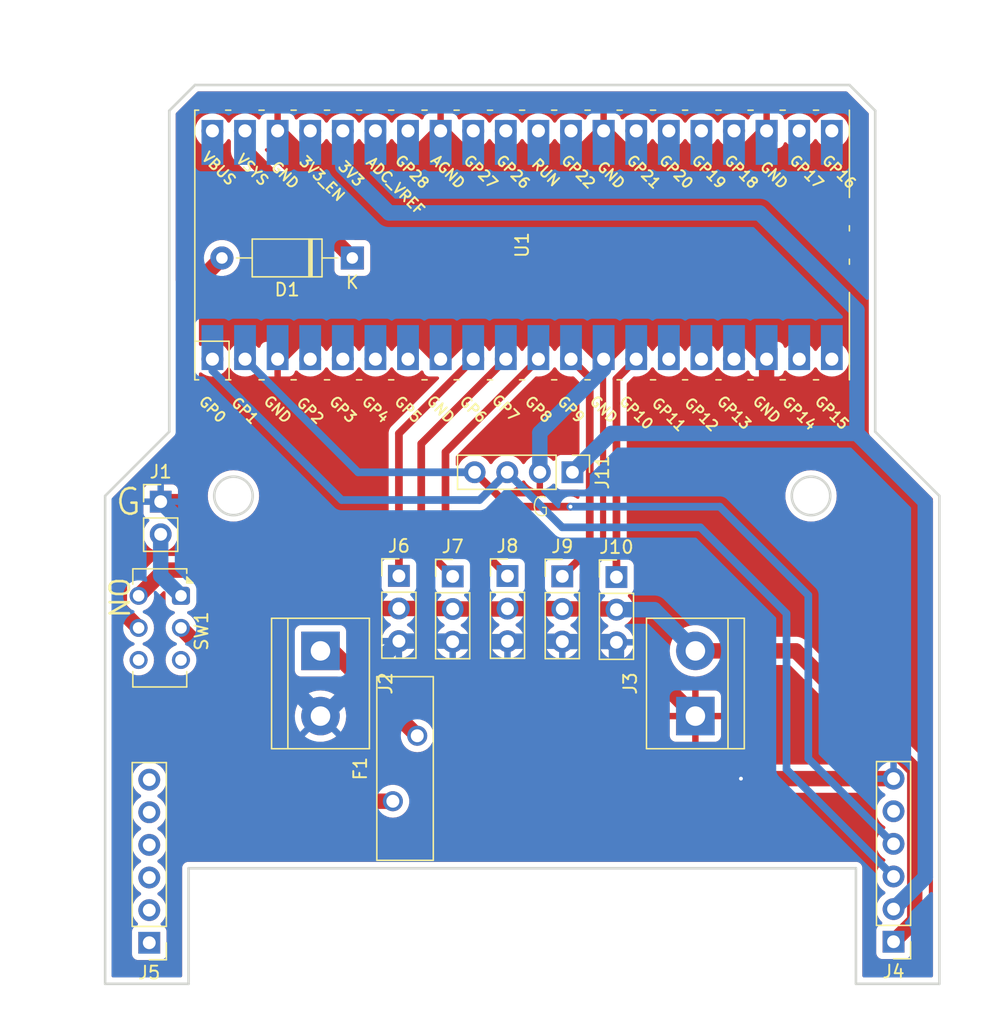
<source format=kicad_pcb>
(kicad_pcb (version 20240108) (generator "pcbnew") (generator_version "8.0")
  (layers (0 "F.Cu" signal) (31 "B.Cu" signal) (34 "B.Paste" user) (35 "F.Paste" user) (36 "B.SilkS" user "B.Silkscreen") (37 "F.SilkS" user "F.Silkscreen") (38 "B.Mask" user) (39 "F.Mask" user) (44 "Edge.Cuts" user))
  (net 0 "")
  (net 1 "+BATT")
  (net 2 "Net-(J2-Pin_1)")
  (net 3 "+5V")
  (net 4 "GND")
  (net 5 "SCL")
  (net 7 "+3.3V")
  (net 8 "SDA")
  (net 15 "SV1")
  (net 16 "SV2")
  (net 17 "SV3")
  (net 18 "SV4")
  (net 19 "SV5")
  (net 21 "+5VD")
  (net 69 "Net-(D1-A)")
  (net 70 "Net-(SW1A-B)")
  (footprint "Connector_PinHeader_2.54mm:PinHeader_1x03_P2.54mm_Vertical" (layer "F.Cu") (at 91.43 88.31)
    (property "Reference" "J8" (at 0 -2.33 0) (layer "F.SilkS"))
    (property "Value" "Conn_01x03")
    (fp_line (start -1.33 -1.33) (end 0 -1.33) (stroke (width 0.12)) (layer "F.SilkS"))
    (fp_line (start -1.33 0) (end -1.33 -1.33) (stroke (width 0.12)) (layer "F.SilkS"))
    (fp_line (start -1.33 1.27) (end -1.33 6.41) (stroke (width 0.12)) (layer "F.SilkS"))
    (fp_line (start -1.33 1.27) (end 1.33 1.27) (stroke (width 0.12)) (layer "F.SilkS"))
    (fp_line (start -1.33 6.41) (end 1.33 6.41) (stroke (width 0.12)) (layer "F.SilkS"))
    (fp_line (start 1.33 1.27) (end 1.33 6.41) (stroke (width 0.12)) (layer "F.SilkS"))
    (pad "1" thru_hole rect (at 0 0) (size 1.7 1.7) (drill 1) (layers "*.Cu" "*.Mask") (net 17 "SV3"))
    (pad "2" thru_hole oval (at 0 2.54) (size 1.7 1.7) (drill 1) (layers "*.Cu" "*.Mask") (net 3 "+5V"))
    (pad "3" thru_hole oval (at 0 5.08) (size 1.7 1.7) (drill 1) (layers "*.Cu" "*.Mask") (net 4 "GND"))
  )
  (footprint "Connector_PinHeader_2.54mm:PinHeader_1x03_P2.54mm_Vertical" (layer "F.Cu") (at 95.7 88.335)
    (property "Reference" "J9" (at 0 -2.33 0) (layer "F.SilkS"))
    (property "Value" "Conn_01x03")
    (fp_line (start -1.33 -1.33) (end 0 -1.33) (stroke (width 0.12)) (layer "F.SilkS"))
    (fp_line (start -1.33 0) (end -1.33 -1.33) (stroke (width 0.12)) (layer "F.SilkS"))
    (fp_line (start -1.33 1.27) (end -1.33 6.41) (stroke (width 0.12)) (layer "F.SilkS"))
    (fp_line (start -1.33 1.27) (end 1.33 1.27) (stroke (width 0.12)) (layer "F.SilkS"))
    (fp_line (start -1.33 6.41) (end 1.33 6.41) (stroke (width 0.12)) (layer "F.SilkS"))
    (fp_line (start 1.33 1.27) (end 1.33 6.41) (stroke (width 0.12)) (layer "F.SilkS"))
    (pad "1" thru_hole rect (at 0 0) (size 1.7 1.7) (drill 1) (layers "*.Cu" "*.Mask") (net 18 "SV4"))
    (pad "2" thru_hole oval (at 0 2.54) (size 1.7 1.7) (drill 1) (layers "*.Cu" "*.Mask") (net 3 "+5V"))
    (pad "3" thru_hole oval (at 0 5.08) (size 1.7 1.7) (drill 1) (layers "*.Cu" "*.Mask") (net 4 "GND"))
  )
  (footprint "TerminalBlock:TerminalBlock_bornier-2_P5.08mm" (layer "F.Cu") (at 106.07 99.22 90)
    (property "Reference" "J3" (at 2.54 -5.08 90) (layer "F.SilkS"))
    (property "Value" "Conn_01x02")
    (fp_line (start 7.62 -3.81) (end -2.54 -3.81) (stroke (width 0.12)) (layer "F.SilkS"))
    (fp_line (start -2.54 -3.81) (end -2.54 3.81) (stroke (width 0.12)) (layer "F.SilkS"))
    (fp_line (start 7.62 2.54) (end -2.54 2.54) (stroke (width 0.12)) (layer "F.SilkS"))
    (fp_line (start 7.62 3.81) (end 7.62 -3.81) (stroke (width 0.12)) (layer "F.SilkS"))
    (fp_line (start -2.54 3.81) (end 7.62 3.81) (stroke (width 0.12)) (layer "F.SilkS"))
    (pad "1" thru_hole rect (at 0 0 90) (size 3 3) (drill 1.52) (layers "*.Cu" "*.Mask") (net 4 "GND"))
    (pad "2" thru_hole circle (at 5.08 0 90) (size 3 3) (drill 1.52) (layers "*.Cu" "*.Mask") (net 3 "+5V"))
  )
  (footprint "Connector_PinHeader_2.54mm:PinHeader_1x03_P2.54mm_Vertical" (layer "F.Cu") (at 99.92 88.39)
    (property "Reference" "J10" (at 0 -2.33 0) (layer "F.SilkS"))
    (property "Value" "Conn_01x03")
    (fp_line (start -1.33 -1.33) (end 0 -1.33) (stroke (width 0.12)) (layer "F.SilkS"))
    (fp_line (start -1.33 0) (end -1.33 -1.33) (stroke (width 0.12)) (layer "F.SilkS"))
    (fp_line (start -1.33 1.27) (end -1.33 6.41) (stroke (width 0.12)) (layer "F.SilkS"))
    (fp_line (start -1.33 1.27) (end 1.33 1.27) (stroke (width 0.12)) (layer "F.SilkS"))
    (fp_line (start -1.33 6.41) (end 1.33 6.41) (stroke (width 0.12)) (layer "F.SilkS"))
    (fp_line (start 1.33 1.27) (end 1.33 6.41) (stroke (width 0.12)) (layer "F.SilkS"))
    (pad "1" thru_hole rect (at 0 0) (size 1.7 1.7) (drill 1) (layers "*.Cu" "*.Mask") (net 19 "SV5"))
    (pad "2" thru_hole oval (at 0 2.54) (size 1.7 1.7) (drill 1) (layers "*.Cu" "*.Mask") (net 3 "+5V"))
    (pad "3" thru_hole oval (at 0 5.08) (size 1.7 1.7) (drill 1) (layers "*.Cu" "*.Mask") (net 4 "GND"))
  )
  (footprint "Connector_PinHeader_2.54mm:PinHeader_1x06_P2.54mm_Vertical" (layer "F.Cu") (at 63.52 116.87 180)
    (property "Reference" "J5" (at 0 -2.33 0) (layer "F.SilkS"))
    (property "Value" "Conn_01x06")
    (fp_line (start 1.33 1.27) (end 1.33 14.03) (stroke (width 0.12)) (layer "F.SilkS"))
    (fp_line (start -1.33 14.03) (end 1.33 14.03) (stroke (width 0.12)) (layer "F.SilkS"))
    (fp_line (start -1.33 1.27) (end 1.33 1.27) (stroke (width 0.12)) (layer "F.SilkS"))
    (fp_line (start -1.33 1.27) (end -1.33 14.03) (stroke (width 0.12)) (layer "F.SilkS"))
    (fp_line (start -1.33 0) (end -1.33 -1.33) (stroke (width 0.12)) (layer "F.SilkS"))
    (fp_line (start -1.33 -1.33) (end 0 -1.33) (stroke (width 0.12)) (layer "F.SilkS"))
    (pad "1" thru_hole rect (at 0 0 180) (size 1.7 1.7) (drill 1) (layers "*.Cu" "*.Mask"))
    (pad "2" thru_hole oval (at 0 2.54 180) (size 1.7 1.7) (drill 1) (layers "*.Cu" "*.Mask"))
    (pad "3" thru_hole oval (at 0 5.08 180) (size 1.7 1.7) (drill 1) (layers "*.Cu" "*.Mask"))
    (pad "4" thru_hole oval (at 0 7.62 180) (size 1.7 1.7) (drill 1) (layers "*.Cu" "*.Mask"))
    (pad "5" thru_hole oval (at 0 10.16 180) (size 1.7 1.7) (drill 1) (layers "*.Cu" "*.Mask"))
    (pad "6" thru_hole oval (at 0 12.7 180) (size 1.7 1.7) (drill 1) (layers "*.Cu" "*.Mask"))
  )
  (footprint "Connector_PinHeader_2.54mm:PinHeader_1x04_P2.54mm_Vertical" (layer "F.Cu") (at 96.49 80.23 -90)
    (property "Reference" "J11" (at 0 -2.33 90) (layer "F.SilkS"))
    (property "Value" "Conn_01x04")
    (fp_line (start -1.33 8.95) (end 1.33 8.95) (stroke (width 0.12)) (layer "F.SilkS"))
    (fp_line (start -1.33 1.27) (end -1.33 8.95) (stroke (width 0.12)) (layer "F.SilkS"))
    (fp_line (start -1.33 1.27) (end 1.33 1.27) (stroke (width 0.12)) (layer "F.SilkS"))
    (fp_line (start 1.33 1.27) (end 1.33 8.95) (stroke (width 0.12)) (layer "F.SilkS"))
    (fp_line (start -1.33 0) (end -1.33 -1.33) (stroke (width 0.12)) (layer "F.SilkS"))
    (fp_line (start -1.33 -1.33) (end 0 -1.33) (stroke (width 0.12)) (layer "F.SilkS"))
    (pad "1" thru_hole rect (at 0 0 270) (size 1.7 1.7) (drill 1) (layers "*.Cu" "*.Mask") (net 7 "+3.3V"))
    (pad "2" thru_hole oval (at 0 2.54 270) (size 1.7 1.7) (drill 1) (layers "*.Cu" "*.Mask") (net 4 "GND"))
    (pad "3" thru_hole oval (at 0 5.08 270) (size 1.7 1.7) (drill 1) (layers "*.Cu" "*.Mask") (net 8 "SDA"))
    (pad "4" thru_hole oval (at 0 7.62 270) (size 1.7 1.7) (drill 1) (layers "*.Cu" "*.Mask") (net 5 "SCL"))
  )
  (footprint "Diode_THT:D_A-405_P10.16mm_Horizontal" (layer "F.Cu") (at 79.34 63.54 180)
    (property "Reference" "D1" (at 5.08 -2.47 0) (layer "F.SilkS"))
    (property "Value" "D_Schottky")
    (fp_line (start 9.02 0) (end 7.8 0) (stroke (width 0.12)) (layer "F.SilkS"))
    (fp_line (start 7.8 1.47) (end 7.8 -1.47) (stroke (width 0.12)) (layer "F.SilkS"))
    (fp_line (start 7.8 -1.47) (end 2.36 -1.47) (stroke (width 0.12)) (layer "F.SilkS"))
    (fp_line (start 3.38 -1.47) (end 3.38 1.47) (stroke (width 0.12)) (layer "F.SilkS"))
    (fp_line (start 3.26 -1.47) (end 3.26 1.47) (stroke (width 0.12)) (layer "F.SilkS"))
    (fp_line (start 3.14 -1.47) (end 3.14 1.47) (stroke (width 0.12)) (layer "F.SilkS"))
    (fp_line (start 2.36 1.47) (end 7.8 1.47) (stroke (width 0.12)) (layer "F.SilkS"))
    (fp_line (start 2.36 -1.47) (end 2.36 1.47) (stroke (width 0.12)) (layer "F.SilkS"))
    (fp_line (start 1.14 0) (end 2.36 0) (stroke (width 0.12)) (layer "F.SilkS"))
    (fp_text user "K" (at 0 -1.9 0) (layer "F.SilkS"))
    (pad "1" thru_hole rect (at 0 0 180) (size 1.8 1.8) (drill 0.9) (layers "*.Cu" "*.Mask") (net 21 "+5VD"))
    (pad "2" thru_hole oval (at 10.16 0 180) (size 1.8 1.8) (drill 0.9) (layers "*.Cu" "*.Mask") (net 69 "Net-(D1-A)"))
  )
  (footprint "TerminalBlock:TerminalBlock_bornier-2_P5.08mm" (layer "F.Cu") (at 76.86 94.14 -90)
    (property "Reference" "J2" (at 2.54 -5.08 90) (layer "F.SilkS"))
    (property "Value" "Conn_01x02")
    (fp_line (start -2.54 3.81) (end 7.62 3.81) (stroke (width 0.12)) (layer "F.SilkS"))
    (fp_line (start 7.62 3.81) (end 7.62 -3.81) (stroke (width 0.12)) (layer "F.SilkS"))
    (fp_line (start 7.62 2.54) (end -2.54 2.54) (stroke (width 0.12)) (layer "F.SilkS"))
    (fp_line (start -2.54 -3.81) (end -2.54 3.81) (stroke (width 0.12)) (layer "F.SilkS"))
    (fp_line (start 7.62 -3.81) (end -2.54 -3.81) (stroke (width 0.12)) (layer "F.SilkS"))
    (pad "1" thru_hole rect (at 0 0 270) (size 3 3) (drill 1.52) (layers "*.Cu" "*.Mask") (net 2 "Net-(J2-Pin_1)"))
    (pad "2" thru_hole circle (at 5.08 0 270) (size 3 3) (drill 1.52) (layers "*.Cu" "*.Mask") (net 4 "GND"))
  )
  (footprint "Connector_PinHeader_2.54mm:PinHeader_1x03_P2.54mm_Vertical" (layer "F.Cu") (at 87.16 88.34)
    (property "Reference" "J7" (at 0 -2.33 0) (layer "F.SilkS"))
    (property "Value" "Conn_01x03")
    (fp_line (start -1.33 -1.33) (end 0 -1.33) (stroke (width 0.12)) (layer "F.SilkS"))
    (fp_line (start -1.33 0) (end -1.33 -1.33) (stroke (width 0.12)) (layer "F.SilkS"))
    (fp_line (start -1.33 1.27) (end -1.33 6.41) (stroke (width 0.12)) (layer "F.SilkS"))
    (fp_line (start -1.33 1.27) (end 1.33 1.27) (stroke (width 0.12)) (layer "F.SilkS"))
    (fp_line (start -1.33 6.41) (end 1.33 6.41) (stroke (width 0.12)) (layer "F.SilkS"))
    (fp_line (start 1.33 1.27) (end 1.33 6.41) (stroke (width 0.12)) (layer "F.SilkS"))
    (pad "1" thru_hole rect (at 0 0) (size 1.7 1.7) (drill 1) (layers "*.Cu" "*.Mask") (net 16 "SV2"))
    (pad "2" thru_hole oval (at 0 2.54) (size 1.7 1.7) (drill 1) (layers "*.Cu" "*.Mask") (net 3 "+5V"))
    (pad "3" thru_hole oval (at 0 5.08) (size 1.7 1.7) (drill 1) (layers "*.Cu" "*.Mask") (net 4 "GND"))
  )
  (footprint "Connector_PinHeader_2.54mm:PinHeader_1x02_P2.54mm_Vertical" (layer "F.Cu") (at 64.41 82.52)
    (property "Reference" "J1" (at 0 -2.33 0) (layer "F.SilkS"))
    (property "Value" "Conn_01x02")
    (fp_line (start -1.33 -1.33) (end 0 -1.33) (stroke (width 0.12)) (layer "F.SilkS"))
    (fp_line (start -1.33 0) (end -1.33 -1.33) (stroke (width 0.12)) (layer "F.SilkS"))
    (fp_line (start -1.33 1.27) (end -1.33 3.87) (stroke (width 0.12)) (layer "F.SilkS"))
    (fp_line (start -1.33 1.27) (end 1.33 1.27) (stroke (width 0.12)) (layer "F.SilkS"))
    (fp_line (start -1.33 3.87) (end 1.33 3.87) (stroke (width 0.12)) (layer "F.SilkS"))
    (fp_line (start 1.33 1.27) (end 1.33 3.87) (stroke (width 0.12)) (layer "F.SilkS"))
    (pad "1" thru_hole rect (at 0 0) (size 1.7 1.7) (drill 1) (layers "*.Cu" "*.Mask") (net 4 "GND"))
    (pad "2" thru_hole oval (at 0 2.54) (size 1.7 1.7) (drill 1) (layers "*.Cu" "*.Mask") (net 1 "+BATT"))
  )
  (footprint "Connector_PinHeader_2.54mm:PinHeader_1x06_P2.54mm_Vertical" (layer "F.Cu") (at 121.51 116.79 180)
    (property "Reference" "J4" (at 0 -2.33 0) (layer "F.SilkS"))
    (property "Value" "Conn_01x06")
    (fp_line (start 1.33 1.27) (end 1.33 14.03) (stroke (width 0.12)) (layer "F.SilkS"))
    (fp_line (start -1.33 14.03) (end 1.33 14.03) (stroke (width 0.12)) (layer "F.SilkS"))
    (fp_line (start -1.33 1.27) (end 1.33 1.27) (stroke (width 0.12)) (layer "F.SilkS"))
    (fp_line (start -1.33 1.27) (end -1.33 14.03) (stroke (width 0.12)) (layer "F.SilkS"))
    (fp_line (start -1.33 0) (end -1.33 -1.33) (stroke (width 0.12)) (layer "F.SilkS"))
    (fp_line (start -1.33 -1.33) (end 0 -1.33) (stroke (width 0.12)) (layer "F.SilkS"))
    (pad "1" thru_hole rect (at 0 0 180) (size 1.7 1.7) (drill 1) (layers "*.Cu" "*.Mask") (net 3 "+5V"))
    (pad "2" thru_hole oval (at 0 2.54 180) (size 1.7 1.7) (drill 1) (layers "*.Cu" "*.Mask") (net 7 "+3.3V"))
    (pad "3" thru_hole oval (at 0 5.08 180) (size 1.7 1.7) (drill 1) (layers "*.Cu" "*.Mask") (net 8 "SDA"))
    (pad "4" thru_hole oval (at 0 7.62 180) (size 1.7 1.7) (drill 1) (layers "*.Cu" "*.Mask") (net 5 "SCL"))
    (pad "5" thru_hole oval (at 0 10.16 180) (size 1.7 1.7) (drill 1) (layers "*.Cu" "*.Mask"))
    (pad "6" thru_hole oval (at 0 12.7 180) (size 1.7 1.7) (drill 1) (layers "*.Cu" "*.Mask") (net 4 "GND"))
  )
  (footprint "RPi_Pico:RPi_Pico_SMD_TH" (layer "F.Cu") (at 92.57 62.53 90)
    (property "Reference" "U1" (at 0 0 90) (layer "F.SilkS"))
    (property "Value" "Pico")
    (fp_line (start 10.5 -25.5) (end 10.5 -25.2) (stroke (width 0.12)) (layer "F.SilkS"))
    (fp_line (start -10.5 -25.5) (end 10.5 -25.5) (stroke (width 0.12)) (layer "F.SilkS"))
    (fp_line (start -10.5 -25.5) (end -10.5 -25.2) (stroke (width 0.12)) (layer "F.SilkS"))
    (fp_line (start 10.5 -23.1) (end 10.5 -22.7) (stroke (width 0.12)) (layer "F.SilkS"))
    (fp_line (start -10.5 -23.1) (end -10.5 -22.7) (stroke (width 0.12)) (layer "F.SilkS"))
    (fp_line (start -7.493 -22.833) (end -7.493 -25.5) (stroke (width 0.12)) (layer "F.SilkS"))
    (fp_line (start -10.5 -22.833) (end -7.493 -22.833) (stroke (width 0.12)) (layer "F.SilkS"))
    (fp_line (start 10.5 -20.5) (end 10.5 -20.1) (stroke (width 0.12)) (layer "F.SilkS"))
    (fp_line (start -10.5 -20.5) (end -10.5 -20.1) (stroke (width 0.12)) (layer "F.SilkS"))
    (fp_line (start 10.5 -18) (end 10.5 -17.6) (stroke (width 0.12)) (layer "F.SilkS"))
    (fp_line (start -10.5 -18) (end -10.5 -17.6) (stroke (width 0.12)) (layer "F.SilkS"))
    (fp_line (start 10.5 -15.4) (end 10.5 -15) (stroke (width 0.12)) (layer "F.SilkS"))
    (fp_line (start -10.5 -15.4) (end -10.5 -15) (stroke (width 0.12)) (layer "F.SilkS"))
    (fp_line (start 10.5 -12.9) (end 10.5 -12.5) (stroke (width 0.12)) (layer "F.SilkS"))
    (fp_line (start -10.5 -12.9) (end -10.5 -12.5) (stroke (width 0.12)) (layer "F.SilkS"))
    (fp_line (start 10.5 -10.4) (end 10.5 -10) (stroke (width 0.12)) (layer "F.SilkS"))
    (fp_line (start -10.5 -10.4) (end -10.5 -10) (stroke (width 0.12)) (layer "F.SilkS"))
    (fp_line (start 10.5 -7.8) (end 10.5 -7.4) (stroke (width 0.12)) (layer "F.SilkS"))
    (fp_line (start -10.5 -7.8) (end -10.5 -7.4) (stroke (width 0.12)) (layer "F.SilkS"))
    (fp_line (start 10.5 -5.3) (end 10.5 -4.9) (stroke (width 0.12)) (layer "F.SilkS"))
    (fp_line (start -10.5 -5.3) (end -10.5 -4.9) (stroke (width 0.12)) (layer "F.SilkS"))
    (fp_line (start 10.5 -2.7) (end 10.5 -2.3) (stroke (width 0.12)) (layer "F.SilkS"))
    (fp_line (start -10.5 -2.7) (end -10.5 -2.3) (stroke (width 0.12)) (layer "F.SilkS"))
    (fp_line (start 10.5 -0.2) (end 10.5 0.2) (stroke (width 0.12)) (layer "F.SilkS"))
    (fp_line (start -10.5 -0.2) (end -10.5 0.2) (stroke (width 0.12)) (layer "F.SilkS"))
    (fp_line (start 10.5 2.3) (end 10.5 2.7) (stroke (width 0.12)) (layer "F.SilkS"))
    (fp_line (start -10.5 2.3) (end -10.5 2.7) (stroke (width 0.12)) (layer "F.SilkS"))
    (fp_line (start 10.5 4.9) (end 10.5 5.3) (stroke (width 0.12)) (layer "F.SilkS"))
    (fp_line (start -10.5 4.9) (end -10.5 5.3) (stroke (width 0.12)) (layer "F.SilkS"))
    (fp_line (start 10.5 7.4) (end 10.5 7.8) (stroke (width 0.12)) (layer "F.SilkS"))
    (fp_line (start -10.5 7.4) (end -10.5 7.8) (stroke (width 0.12)) (layer "F.SilkS"))
    (fp_line (start 10.5 10) (end 10.5 10.4) (stroke (width 0.12)) (layer "F.SilkS"))
    (fp_line (start -10.5 10) (end -10.5 10.4) (stroke (width 0.12)) (layer "F.SilkS"))
    (fp_line (start 10.5 12.5) (end 10.5 12.9) (stroke (width 0.12)) (layer "F.SilkS"))
    (fp_line (start -10.5 12.5) (end -10.5 12.9) (stroke (width 0.12)) (layer "F.SilkS"))
    (fp_line (start 10.5 15.1) (end 10.5 15.5) (stroke (width 0.12)) (layer "F.SilkS"))
    (fp_line (start -10.5 15.1) (end -10.5 15.5) (stroke (width 0.12)) (layer "F.SilkS"))
    (fp_line (start 10.5 17.6) (end 10.5 18) (stroke (width 0.12)) (layer "F.SilkS"))
    (fp_line (start -10.5 17.6) (end -10.5 18) (stroke (width 0.12)) (layer "F.SilkS"))
    (fp_line (start 10.5 20.1) (end 10.5 20.5) (stroke (width 0.12)) (layer "F.SilkS"))
    (fp_line (start -10.5 20.1) (end -10.5 20.5) (stroke (width 0.12)) (layer "F.SilkS"))
    (fp_line (start 10.5 22.7) (end 10.5 23.1) (stroke (width 0.12)) (layer "F.SilkS"))
    (fp_line (start -10.5 22.7) (end -10.5 23.1) (stroke (width 0.12)) (layer "F.SilkS"))
    (fp_line (start 10.5 25.5) (end 3.7 25.5) (stroke (width 0.12)) (layer "F.SilkS"))
    (fp_line (start 1.1 25.5) (end 1.5 25.5) (stroke (width 0.12)) (layer "F.SilkS"))
    (fp_line (start -1.5 25.5) (end -1.1 25.5) (stroke (width 0.12)) (layer "F.SilkS"))
    (fp_line (start -3.7 25.5) (end -10.5 25.5) (stroke (width 0.12)) (layer "F.SilkS"))
    (fp_text user "GP22" (at 5.7 4.38 135) (layer "F.SilkS") (effects (font (size 0.8 0.8))))
    (fp_text user "GP9" (at -12.8 3.81 135) (layer "F.SilkS") (effects (font (size 0.8 0.8))))
    (fp_text user "GP18" (at 5.7 17.08 135) (layer "F.SilkS") (effects (font (size 0.8 0.8))))
    (fp_text user "GND" (at -12.8 6.35 135) (layer "F.SilkS") (effects (font (size 0.8 0.8))))
    (fp_text user "GP1" (at -12.9 -21.6 135) (layer "F.SilkS") (effects (font (size 0.8 0.8))))
    (fp_text user "GND" (at 5.446 19.62 135) (layer "F.SilkS") (effects (font (size 0.8 0.8))))
    (fp_text user "GP20" (at 5.7 12 135) (layer "F.SilkS") (effects (font (size 0.8 0.8))))
    (fp_text user "ADC_VREF" (at 4.6 -9.87 135) (layer "F.SilkS") (effects (font (size 0.8 0.8))))
    (fp_text user "GP4" (at -12.8 -11.43 135) (layer "F.SilkS") (effects (font (size 0.8 0.8))))
    (fp_text user "VBUS" (at 5.946 -23.63 135) (layer "F.SilkS") (effects (font (size 0.8 0.8))))
    (fp_text user "GP26" (at 5.7 -0.7 135) (layer "F.SilkS") (effects (font (size 0.8 0.8))))
    (fp_text user "GP28" (at 5.7 -8.574 135) (layer "F.SilkS") (effects (font (size 0.8 0.8))))
    (fp_text user "3V3" (at 5.546 -13.33 135) (layer "F.SilkS") (effects (font (size 0.8 0.8))))
    (fp_text user "GND" (at -12.8 19.05 135) (layer "F.SilkS") (effects (font (size 0.8 0.8))))
    (fp_text user "GP16" (at 5.7 24.7 135) (layer "F.SilkS") (effects (font (size 0.8 0.8))))
    (fp_text user "GND" (at 5.446 -18.48 135) (layer "F.SilkS") (effects (font (size 0.8 0.8))))
    (fp_text user "GP19" (at 5.7 14.54 135) (layer "F.SilkS") (effects (font (size 0.8 0.8))))
    (fp_text user "GP2" (at -12.9 -16.51 135) (layer "F.SilkS") (effects (font (size 0.8 0.8))))
    (fp_text user "GND" (at -12.8 -6.35 135) (layer "F.SilkS") (effects (font (size 0.8 0.8))))
    (fp_text user "GND" (at 5.446 6.92 135) (layer "F.SilkS") (effects (font (size 0.8 0.8))))
    (fp_text user "GP5" (at -12.8 -8.89 135) (layer "F.SilkS") (effects (font (size 0.8 0.8))))
    (fp_text user "GP3" (at -12.8 -13.97 135) (layer "F.SilkS") (effects (font (size 0.8 0.8))))
    (fp_text user "GP0" (at -12.8 -24.13 135) (layer "F.SilkS") (effects (font (size 0.8 0.8))))
    (fp_text user "3V3_EN" (at 5.17 -15.59 135) (layer "F.SilkS") (effects (font (size 0.8 0.8))))
    (fp_text user "GP27" (at 5.7 -3.23 135) (layer "F.SilkS") (effects (font (size 0.8 0.8))))
    (fp_text user "VSYS" (at 5.846 -21.02 135) (layer "F.SilkS") (effects (font (size 0.8 0.8))))
    (fp_text user "AGND" (at 5.7 -5.78 135) (layer "F.SilkS") (effects (font (size 0.8 0.8))))
    (fp_text user "GP7" (at -12.7 -1.3 135) (layer "F.SilkS") (effects (font (size 0.8 0.8))))
    (fp_text user "GP12" (at -13.2 13.97 135) (layer "F.SilkS") (effects (font (size 0.8 0.8))))
    (fp_text user "GP17" (at 5.7 22.16 135) (layer "F.SilkS") (effects (font (size 0.8 0.8))))
    (fp_text user "RUN" (at 5.646 1.84 135) (layer "F.SilkS") (effects (font (size 0.8 0.8))))
    (fp_text user "GP6" (at -12.8 -3.81 135) (layer "F.SilkS") (effects (font (size 0.8 0.8))))
    (fp_text user "GP21" (at 5.7 9.47 135) (layer "F.SilkS") (effects (font (size 0.8 0.8))))
    (fp_text user "GP10" (at -13.054 8.89 135) (layer "F.SilkS") (effects (font (size 0.8 0.8))))
    (fp_text user "GP8" (at -12.8 1.27 135) (layer "F.SilkS") (effects (font (size 0.8 0.8))))
    (fp_text user "GP14" (at -13.1 21.59 135) (layer "F.SilkS") (effects (font (size 0.8 0.8))))
    (fp_text user "GP13" (at -13.054 16.51 135) (layer "F.SilkS") (effects (font (size 0.8 0.8))))
    (fp_text user "GND" (at -12.8 -19.05 135) (layer "F.SilkS") (effects (font (size 0.8 0.8))))
    (fp_text user "GP15" (at -13.054 24.13 135) (layer "F.SilkS") (effects (font (size 0.8 0.8))))
    (fp_text user "GP11" (at -13.2 11.43 135) (layer "F.SilkS") (effects (font (size 0.8 0.8))))
    (pad "1" thru_hole oval (at -8.89 -24.13 90) (size 1.7 1.7) (drill 1.02) (layers "*.Cu" "*.Mask") (net 8 "SDA"))
    (pad "1" smd rect (at -8.89 -24.13 90) (size 3.5 1.7) (drill (offset 0.9 0)) (layers "B.Cu" "B.Mask") (net 8 "SDA"))
    (pad "2" thru_hole oval (at -8.89 -21.59 90) (size 1.7 1.7) (drill 1.02) (layers "*.Cu" "*.Mask") (net 5 "SCL"))
    (pad "2" smd rect (at -8.89 -21.59 90) (size 3.5 1.7) (drill (offset 0.9 0)) (layers "B.Cu" "B.Mask") (net 5 "SCL"))
    (pad "3" thru_hole rect (at -8.89 -19.05 90) (size 1.7 1.7) (drill 1.02) (layers "*.Cu" "*.Mask") (net 4 "GND"))
    (pad "3" smd rect (at -8.89 -19.05 90) (size 3.5 1.7) (drill (offset 0.9 0)) (layers "B.Cu" "B.Mask") (net 4 "GND"))
    (pad "4" thru_hole oval (at -8.89 -16.51 90) (size 1.7 1.7) (drill 1.02) (layers "*.Cu" "*.Mask"))
    (pad "4" smd rect (at -8.89 -16.51 90) (size 3.5 1.7) (drill (offset 0.9 0)) (layers "B.Cu" "B.Mask"))
    (pad "5" thru_hole oval (at -8.89 -13.97 90) (size 1.7 1.7) (drill 1.02) (layers "*.Cu" "*.Mask"))
    (pad "5" smd rect (at -8.89 -13.97 90) (size 3.5 1.7) (drill (offset 0.9 0)) (layers "B.Cu" "B.Mask"))
    (pad "6" thru_hole oval (at -8.89 -11.43 90) (size 1.7 1.7) (drill 1.02) (layers "*.Cu" "*.Mask"))
    (pad "6" smd rect (at -8.89 -11.43 90) (size 3.5 1.7) (drill (offset 0.9 0)) (layers "B.Cu" "B.Mask"))
    (pad "7" thru_hole oval (at -8.89 -8.89 90) (size 1.7 1.7) (drill 1.02) (layers "*.Cu" "*.Mask"))
    (pad "7" smd rect (at -8.89 -8.89 90) (size 3.5 1.7) (drill (offset 0.9 0)) (layers "B.Cu" "B.Mask"))
    (pad "8" thru_hole rect (at -8.89 -6.35 90) (size 1.7 1.7) (drill 1.02) (layers "*.Cu" "*.Mask") (net 4 "GND"))
    (pad "8" smd rect (at -8.89 -6.35 90) (size 3.5 1.7) (drill (offset 0.9 0)) (layers "B.Cu" "B.Mask") (net 4 "GND"))
    (pad "9" thru_hole oval (at -8.89 -3.81 90) (size 1.7 1.7) (drill 1.02) (layers "*.Cu" "*.Mask") (net 15 "SV1"))
    (pad "9" smd rect (at -8.89 -3.81 90) (size 3.5 1.7) (drill (offset 0.9 0)) (layers "B.Cu" "B.Mask") (net 15 "SV1"))
    (pad "10" thru_hole oval (at -8.89 -1.27 90) (size 1.7 1.7) (drill 1.02) (layers "*.Cu" "*.Mask") (net 16 "SV2"))
    (pad "10" smd rect (at -8.89 -1.27 90) (size 3.5 1.7) (drill (offset 0.9 0)) (layers "B.Cu" "B.Mask") (net 16 "SV2"))
    (pad "11" thru_hole oval (at -8.89 1.27 90) (size 1.7 1.7) (drill 1.02) (layers "*.Cu" "*.Mask") (net 17 "SV3"))
    (pad "11" smd rect (at -8.89 1.27 90) (size 3.5 1.7) (drill (offset 0.9 0)) (layers "B.Cu" "B.Mask") (net 17 "SV3"))
    (pad "12" thru_hole oval (at -8.89 3.81 90) (size 1.7 1.7) (drill 1.02) (layers "*.Cu" "*.Mask") (net 18 "SV4"))
    (pad "12" smd rect (at -8.89 3.81 90) (size 3.5 1.7) (drill (offset 0.9 0)) (layers "B.Cu" "B.Mask") (net 18 "SV4"))
    (pad "13" thru_hole rect (at -8.89 6.35 90) (size 1.7 1.7) (drill 1.02) (layers "*.Cu" "*.Mask") (net 4 "GND"))
    (pad "13" smd rect (at -8.89 6.35 90) (size 3.5 1.7) (drill (offset 0.9 0)) (layers "B.Cu" "B.Mask") (net 4 "GND"))
    (pad "14" thru_hole oval (at -8.89 8.89 90) (size 1.7 1.7) (drill 1.02) (layers "*.Cu" "*.Mask") (net 19 "SV5"))
    (pad "14" smd rect (at -8.89 8.89 90) (size 3.5 1.7) (drill (offset 0.9 0)) (layers "B.Cu" "B.Mask") (net 19 "SV5"))
    (pad "15" thru_hole oval (at -8.89 11.43 90) (size 1.7 1.7) (drill 1.02) (layers "*.Cu" "*.Mask"))
    (pad "15" smd rect (at -8.89 11.43 90) (size 3.5 1.7) (drill (offset 0.9 0)) (layers "B.Cu" "B.Mask"))
    (pad "16" thru_hole oval (at -8.89 13.97 90) (size 1.7 1.7) (drill 1.02) (layers "*.Cu" "*.Mask"))
    (pad "16" smd rect (at -8.89 13.97 90) (size 3.5 1.7) (drill (offset 0.9 0)) (layers "B.Cu" "B.Mask"))
    (pad "17" thru_hole oval (at -8.89 16.51 90) (size 1.7 1.7) (drill 1.02) (layers "*.Cu" "*.Mask"))
    (pad "17" smd rect (at -8.89 16.51 90) (size 3.5 1.7) (drill (offset 0.9 0)) (layers "B.Cu" "B.Mask"))
    (pad "18" thru_hole rect (at -8.89 19.05 90) (size 1.7 1.7) (drill 1.02) (layers "*.Cu" "*.Mask") (net 4 "GND"))
    (pad "18" smd rect (at -8.89 19.05 90) (size 3.5 1.7) (drill (offset 0.9 0)) (layers "B.Cu" "B.Mask") (net 4 "GND"))
    (pad "19" thru_hole oval (at -8.89 21.59 90) (size 1.7 1.7) (drill 1.02) (layers "*.Cu" "*.Mask"))
    (pad "19" smd rect (at -8.89 21.59 90) (size 3.5 1.7) (drill (offset 0.9 0)) (layers "B.Cu" "B.Mask"))
    (pad "20" thru_hole oval (at -8.89 24.13 90) (size 1.7 1.7) (drill 1.02) (layers "*.Cu" "*.Mask"))
    (pad "20" smd rect (at -8.89 24.13 90) (size 3.5 1.7) (drill (offset 0.9 0)) (layers "B.Cu" "B.Mask"))
    (pad "21" thru_hole oval (at 8.89 24.13 90) (size 1.7 1.7) (drill 1.02) (layers "*.Cu" "*.Mask"))
    (pad "21" smd rect (at 8.89 24.13 90) (size 3.5 1.7) (drill (offset -0.9 0)) (layers "B.Cu" "B.Mask"))
    (pad "22" thru_hole oval (at 8.89 21.59 90) (size 1.7 1.7) (drill 1.02) (layers "*.Cu" "*.Mask"))
    (pad "22" smd rect (at 8.89 21.59 90) (size 3.5 1.7) (drill (offset -0.9 0)) (layers "B.Cu" "B.Mask"))
    (pad "23" thru_hole rect (at 8.89 19.05 90) (size 1.7 1.7) (drill 1.02) (layers "*.Cu" "*.Mask") (net 4 "GND"))
    (pad "23" smd rect (at 8.89 19.05 90) (size 3.5 1.7) (drill (offset -0.9 0)) (layers "B.Cu" "B.Mask") (net 4 "GND"))
    (pad "24" thru_hole oval (at 8.89 16.51 90) (size 1.7 1.7) (drill 1.02) (layers "*.Cu" "*.Mask"))
    (pad "24" smd rect (at 8.89 16.51 90) (size 3.5 1.7) (drill (offset -0.9 0)) (layers "B.Cu" "B.Mask"))
    (pad "25" thru_hole oval (at 8.89 13.97 90) (size 1.7 1.7) (drill 1.02) (layers "*.Cu" "*.Mask"))
    (pad "25" smd rect (at 8.89 13.97 90) (size 3.5 1.7) (drill (offset -0.9 0)) (layers "B.Cu" "B.Mask"))
    (pad "26" thru_hole oval (at 8.89 11.43 90) (size 1.7 1.7) (drill 1.02) (layers "*.Cu" "*.Mask"))
    (pad "26" smd rect (at 8.89 11.43 90) (size 3.5 1.7) (drill (offset -0.9 0)) (layers "B.Cu" "B.Mask"))
    (pad "27" thru_hole oval (at 8.89 8.89 90) (size 1.7 1.7) (drill 1.02) (layers "*.Cu" "*.Mask"))
    (pad "27" smd rect (at 8.89 8.89 90) (size 3.5 1.7) (drill (offset -0.9 0)) (layers "B.Cu" "B.Mask"))
    (pad "28" thru_hole rect (at 8.89 6.35 90) (size 1.7 1.7) (drill 1.02) (layers "*.Cu" "*.Mask") (net 4 "GND"))
    (pad "28" smd rect (at 8.89 6.35 90) (size 3.5 1.7) (drill (offset -0.9 0)) (layers "B.Cu" "B.Mask") (net 4 "GND"))
    (pad "29" thru_hole oval (at 8.89 3.81 90) (size 1.7 1.7) (drill 1.02) (layers "*.Cu" "*.Mask"))
    (pad "29" smd rect (at 8.89 3.81 90) (size 3.5 1.7) (drill (offset -0.9 0)) (layers "B.Cu" "B.Mask"))
    (pad "30" thru_hole oval (at 8.89 1.27 90) (size 1.7 1.7) (drill 1.02) (layers "*.Cu" "*.Mask"))
    (pad "30" smd rect (at 8.89 1.27 90) (size 3.5 1.7) (drill (offset -0.9 0)) (layers "B.Cu" "B.Mask"))
    (pad "31" thru_hole oval (at 8.89 -1.27 90) (size 1.7 1.7) (drill 1.02) (layers "*.Cu" "*.Mask"))
    (pad "31" smd rect (at 8.89 -1.27 90) (size 3.5 1.7) (drill (offset -0.9 0)) (layers "B.Cu" "B.Mask"))
    (pad "32" thru_hole oval (at 8.89 -3.81 90) (size 1.7 1.7) (drill 1.02) (layers "*.Cu" "*.Mask"))
    (pad "32" smd rect (at 8.89 -3.81 90) (size 3.5 1.7) (drill (offset -0.9 0)) (layers "B.Cu" "B.Mask"))
    (pad "33" thru_hole rect (at 8.89 -6.35 90) (size 1.7 1.7) (drill 1.02) (layers "*.Cu" "*.Mask") (net 4 "GND"))
    (pad "33" smd rect (at 8.89 -6.35 90) (size 3.5 1.7) (drill (offset -0.9 0)) (layers "B.Cu" "B.Mask") (net 4 "GND"))
    (pad "34" thru_hole oval (at 8.89 -8.89 90) (size 1.7 1.7) (drill 1.02) (layers "*.Cu" "*.Mask"))
    (pad "34" smd rect (at 8.89 -8.89 90) (size 3.5 1.7) (drill (offset -0.9 0)) (layers "B.Cu" "B.Mask"))
    (pad "35" thru_hole oval (at 8.89 -11.43 90) (size 1.7 1.7) (drill 1.02) (layers "*.Cu" "*.Mask"))
    (pad "35" smd rect (at 8.89 -11.43 90) (size 3.5 1.7) (drill (offset -0.9 0)) (layers "B.Cu" "B.Mask"))
    (pad "36" thru_hole oval (at 8.89 -13.97 90) (size 1.7 1.7) (drill 1.02) (layers "*.Cu" "*.Mask") (net 7 "+3.3V"))
    (pad "36" smd rect (at 8.89 -13.97 90) (size 3.5 1.7) (drill (offset -0.9 0)) (layers "B.Cu" "B.Mask") (net 7 "+3.3V"))
    (pad "37" thru_hole oval (at 8.89 -16.51 90) (size 1.7 1.7) (drill 1.02) (layers "*.Cu" "*.Mask"))
    (pad "37" smd rect (at 8.89 -16.51 90) (size 3.5 1.7) (drill (offset -0.9 0)) (layers "B.Cu" "B.Mask"))
    (pad "38" thru_hole rect (at 8.89 -19.05 90) (size 1.7 1.7) (drill 1.02) (layers "*.Cu" "*.Mask") (net 4 "GND"))
    (pad "38" smd rect (at 8.89 -19.05 90) (size 3.5 1.7) (drill (offset -0.9 0)) (layers "B.Cu" "B.Mask") (net 4 "GND"))
    (pad "39" thru_hole oval (at 8.89 -21.59 90) (size 1.7 1.7) (drill 1.02) (layers "*.Cu" "*.Mask") (net 21 "+5VD"))
    (pad "39" smd rect (at 8.89 -21.59 90) (size 3.5 1.7) (drill (offset -0.9 0)) (layers "B.Cu" "B.Mask") (net 21 "+5VD"))
    (pad "40" thru_hole oval (at 8.89 -24.13 90) (size 1.7 1.7) (drill 1.02) (layers "*.Cu" "*.Mask"))
    (pad "40" smd rect (at 8.89 -24.13 90) (size 3.5 1.7) (drill (offset -0.9 0)) (layers "B.Cu" "B.Mask"))
  )
  (footprint "Connector_PinHeader_2.54mm:PinHeader_1x03_P2.54mm_Vertical" (layer "F.Cu") (at 82.97 88.3)
    (property "Reference" "J6" (at 0 -2.33 0) (layer "F.SilkS"))
    (property "Value" "Conn_01x03")
    (fp_line (start -1.33 -1.33) (end 0 -1.33) (stroke (width 0.12)) (layer "F.SilkS"))
    (fp_line (start -1.33 0) (end -1.33 -1.33) (stroke (width 0.12)) (layer "F.SilkS"))
    (fp_line (start -1.33 1.27) (end -1.33 6.41) (stroke (width 0.12)) (layer "F.SilkS"))
    (fp_line (start -1.33 1.27) (end 1.33 1.27) (stroke (width 0.12)) (layer "F.SilkS"))
    (fp_line (start -1.33 6.41) (end 1.33 6.41) (stroke (width 0.12)) (layer "F.SilkS"))
    (fp_line (start 1.33 1.27) (end 1.33 6.41) (stroke (width 0.12)) (layer "F.SilkS"))
    (pad "1" thru_hole rect (at 0 0) (size 1.7 1.7) (drill 1) (layers "*.Cu" "*.Mask") (net 15 "SV1"))
    (pad "2" thru_hole oval (at 0 2.54) (size 1.7 1.7) (drill 1) (layers "*.Cu" "*.Mask") (net 3 "+5V"))
    (pad "3" thru_hole oval (at 0 5.08) (size 1.7 1.7) (drill 1) (layers "*.Cu" "*.Mask") (net 4 "GND"))
  )
  (footprint "Button_Switch_THT:SW_CK_JS202011CQN_DPDT_Straight" (layer "F.Cu") (at 65.99 89.85 -90)
    (property "Reference" "SW1" (at 2.75 -1.6 90) (layer "F.SilkS"))
    (property "Value" "SW_DPDT_x2")
    (fp_line (start -2.1 3.75) (end -0.9 3.75) (stroke (width 0.12)) (layer "F.SilkS"))
    (fp_line (start 7.1 3.75) (end 5.9 3.75) (stroke (width 0.12)) (layer "F.SilkS"))
    (fp_line (start -2.1 -0.45) (end -2.1 3.75) (stroke (width 0.12)) (layer "F.SilkS"))
    (fp_line (start -1.75 -0.45) (end -2.1 -0.45) (stroke (width 0.12)) (layer "F.SilkS"))
    (fp_line (start 5.9 -0.45) (end 7.1 -0.45) (stroke (width 0.12)) (layer "F.SilkS"))
    (fp_line (start 7.1 -0.45) (end 7.1 3.75) (stroke (width 0.12)) (layer "F.SilkS"))
    (fp_poly (pts (xy -1 -0.45) (xy -1.48 -0.45) (xy -1 -0.93) (xy -1 -0.45)) (stroke (width 0.12)) (fill solid) (layer "F.SilkS"))
    (pad "1" thru_hole roundrect (at 0 0 270) (size 1.4 1.4) (drill 0.9) (layers "*.Cu" "*.Mask") (roundrect_rratio 0.1785714286) (net 1 "+BATT"))
    (pad "2" thru_hole circle (at 2.5 0 270) (size 1.4 1.4) (drill 0.9) (layers "*.Cu" "*.Mask") (net 70 "Net-(SW1A-B)"))
    (pad "3" thru_hole circle (at 5 0 270) (size 1.4 1.4) (drill 0.9) (layers "*.Cu" "*.Mask"))
    (pad "4" thru_hole circle (at 5 3.3 270) (size 1.4 1.4) (drill 0.9) (layers "*.Cu" "*.Mask"))
    (pad "5" thru_hole circle (at 2.5 3.3 270) (size 1.4 1.4) (drill 0.9) (layers "*.Cu" "*.Mask") (net 69 "Net-(D1-A)"))
    (pad "6" thru_hole circle (at 0 3.3 270) (size 1.4 1.4) (drill 0.9) (layers "*.Cu" "*.Mask") (net 3 "+5V"))
  )
  (footprint "Fuse:Fuse_BelFuse_0ZRE0055FF_L14.0mm_W4.1mm" (layer "F.Cu") (at 82.5 105.85 90)
    (property "Reference" "F1" (at 2.54 -2.54 90) (layer "F.SilkS"))
    (property "Value" "Polyfuse_Small")
    (fp_line (start 9.7 -1.25) (end 9.7 3.15) (stroke (width 0.12)) (layer "F.SilkS"))
    (fp_line (start -4.6 -1.25) (end 9.7 -1.25) (stroke (width 0.12)) (layer "F.SilkS"))
    (fp_line (start -4.6 -1.25) (end -4.6 3.15) (stroke (width 0.12)) (layer "F.SilkS"))
    (fp_line (start -4.6 3.15) (end 9.7 3.15) (stroke (width 0.12)) (layer "F.SilkS"))
    (pad "1" thru_hole circle (at 0 0 90) (size 1.56 1.56) (drill 1.01) (layers "*.Cu" "*.Mask") (net 70 "Net-(SW1A-B)"))
    (pad "2" thru_hole circle (at 5.1 1.9 90) (size 1.56 1.56) (drill 1.01) (layers "*.Cu" "*.Mask") (net 2 "Net-(J2-Pin_1)"))
  )
  (gr_line (start 118.58 120.07) (end 125.08 120.07) (stroke (width 0.2)) (layer "Edge.Cuts"))
  (gr_line (start 125.08 120.07) (end 125.08 82.07) (stroke (width 0.2)) (layer "Edge.Cuts"))
  (gr_line (start 120.08 77.07) (end 120.08 52.07) (stroke (width 0.2)) (layer "Edge.Cuts"))
  (gr_line (start 60.08 120.07) (end 66.58 120.07) (stroke (width 0.2)) (layer "Edge.Cuts"))
  (gr_line (start 120.08 52.07) (end 118.08 50.07) (stroke (width 0.2)) (layer "Edge.Cuts"))
  (gr_line (start 66.58 120.07) (end 66.58 111.07) (stroke (width 0.2)) (layer "Edge.Cuts"))
  (gr_line (start 118.58 111.07) (end 118.58 120.07) (stroke (width 0.2)) (layer "Edge.Cuts"))
  (gr_line (start 66.58 111.07) (end 118.58 111.07) (stroke (width 0.2)) (layer "Edge.Cuts"))
  (gr_circle (center 115.08 82.07) (end 116.58 82.07) (stroke (width 0.2)) (fill none) (layer "Edge.Cuts"))
  (gr_line (start 118.08 50.07) (end 67.08 50.07) (stroke (width 0.2)) (layer "Edge.Cuts"))
  (gr_line (start 65.08 77.07) (end 60.08 82.07) (stroke (width 0.2)) (layer "Edge.Cuts"))
  (gr_circle (center 70.08 82.07) (end 71.58 82.07) (stroke (width 0.2)) (fill none) (layer "Edge.Cuts"))
  (gr_line (start 60.08 82.07) (end 60.08 120.07) (stroke (width 0.2)) (layer "Edge.Cuts"))
  (gr_line (start 67.08 50.07) (end 65.08 52.07) (stroke (width 0.2)) (layer "Edge.Cuts"))
  (gr_line (start 125.08 82.07) (end 120.08 77.07) (stroke (width 0.2)) (layer "Edge.Cuts"))
  (gr_line (start 65.08 52.07) (end 65.08 77.07) (stroke (width 0.2)) (layer "Edge.Cuts"))
  (gr_text "G" (at 60.76 83.71 0) (layer "F.SilkS") (effects (font (size 2 2) (thickness 0.2)) (justify left bottom)))
  (gr_text "ON" (at 60.24 88.29 270) (layer "F.SilkS") (effects (font (size 1.5 1.5) (thickness 0.2)) (justify left bottom)))
  (gr_text "G" (at 93.17 83.8 0) (layer "F.SilkS") (effects (font (size 1.5 1.5) (thickness 0.1)) (justify left bottom)))
  (segment (start 64.41 85.06) (end 64.41 88.27) (width 1.2) (layer "B.Cu") (net 1))
  (segment (start 64.41 88.27) (end 65.99 89.85) (width 1.2) (layer "B.Cu") (net 1))
  (segment (start 77.79 94.14) (end 84.4 100.75) (width 1.2) (layer "F.Cu") (net 2))
  (segment (start 76.86 94.14) (end 77.79 94.14) (width 1.2) (layer "F.Cu") (net 2))
  (segment (start 62.69 89.85) (end 64.69 87.85) (width 1.2) (layer "F.Cu") (net 3))
  (segment (start 99.865 90.875) (end 99.92 90.93) (width 1.2) (layer "F.Cu") (net 3))
  (segment (start 83.01 90.88) (end 82.97 90.84) (width 1.2) (layer "F.Cu") (net 3))
  (segment (start 95.7 90.875) (end 99.865 90.875) (width 1.2) (layer "F.Cu") (net 3))
  (segment (start 95.675 90.85) (end 95.7 90.875) (width 1.2) (layer "F.Cu") (net 3))
  (segment (start 67.09 87.85) (end 70.08 90.84) (width 1.2) (layer "F.Cu") (net 3))
  (segment (start 113.893453 94.14) (end 123.16 103.406547) (width 1.2) (layer "F.Cu") (net 3))
  (segment (start 82.97 90.84) (end 87.12 90.84) (width 1.2) (layer "F.Cu") (net 3))
  (segment (start 123.16 115.14) (end 121.51 116.79) (width 1.2) (layer "F.Cu") (net 3))
  (segment (start 106.07 94.14) (end 113.893453 94.14) (width 1.2) (layer "F.Cu") (net 3))
  (segment (start 95.755 90.93) (end 95.7 90.875) (width 1.2) (layer "F.Cu") (net 3))
  (segment (start 70.08 90.84) (end 82.97 90.84) (width 1.2) (layer "F.Cu") (net 3))
  (segment (start 87.16 90.88) (end 91.4 90.88) (width 1.2) (layer "F.Cu") (net 3))
  (segment (start 123.16 103.406547) (end 123.16 115.14) (width 1.2) (layer "F.Cu") (net 3))
  (segment (start 87.12 90.84) (end 87.16 90.88) (width 1.2) (layer "F.Cu") (net 3))
  (segment (start 91.4 90.88) (end 91.43 90.85) (width 1.2) (layer "F.Cu") (net 3))
  (segment (start 91.455 90.875) (end 91.43 90.85) (width 1.2) (layer "F.Cu") (net 3))
  (segment (start 87.19 90.85) (end 87.16 90.88) (width 1.2) (layer "F.Cu") (net 3))
  (segment (start 91.43 90.85) (end 95.675 90.85) (width 1.2) (layer "F.Cu") (net 3))
  (segment (start 64.69 87.85) (end 67.09 87.85) (width 1.2) (layer "F.Cu") (net 3))
  (segment (start 99.92 90.93) (end 102.86 90.93) (width 1.2) (layer "B.Cu") (net 3))
  (segment (start 102.86 90.93) (end 106.07 94.14) (width 1.2) (layer "B.Cu") (net 3))
  (segment (start 87.87 69.77) (end 97.27 69.77) (width 1.2) (layer "F.Cu") (net 4))
  (segment (start 109.97 55.29) (end 111.62 53.64) (width 1.2) (layer "F.Cu") (net 4))
  (segment (start 109.97 69.77) (end 111.62 71.42) (width 1.2) (layer "F.Cu") (net 4))
  (segment (start 98.92 53.64) (end 100.57 55.29) (width 1.2) (layer "F.Cu") (net 4))
  (segment (start 97.27 69.77) (end 98.92 71.42) (width 1.2) (layer "F.Cu") (net 4))
  (segment (start 87.87 55.29) (end 97.27 55.29) (width 1.2) (layer "F.Cu") (net 4))
  (segment (start 73.52 71.42) (end 75.17 69.77) (width 1.2) (layer "F.Cu") (net 4))
  (segment (start 109.62 104.09) (end 121.51 104.09) (width 1.2) (layer "F.Cu") (net 4))
  (segment (start 84.57 55.29) (end 86.22 53.64) (width 1.2) (layer "F.Cu") (net 4))
  (segment (start 111.62 74.01) (end 103.33 82.3) (width 1.2) (layer "F.Cu") (net 4))
  (segment (start 103.33 96.48) (end 106.07 99.22) (width 1.2) (layer "F.Cu") (net 4))
  (segment (start 75.17 55.29) (end 84.57 55.29) (width 1.2) (layer "F.Cu") (net 4))
  (segment (start 67.18 82.52) (end 67.21 82.55) (width 1.2) (layer "F.Cu") (net 4))
  (segment (start 86.22 71.42) (end 87.87 69.77) (width 1.2) (layer "F.Cu") (net 4))
  (segment (start 84.57 69.77) (end 86.22 71.42) (width 1.2) (layer "F.Cu") (net 4))
  (segment (start 98.92 71.42) (end 100.57 69.77) (width 1.2) (layer "F.Cu") (net 4))
  (segment (start 75.17 69.77) (end 84.57 69.77) (width 1.2) (layer "F.Cu") (net 4))
  (segment (start 73.52 53.64) (end 75.17 55.29) (width 1.2) (layer "F.Cu") (net 4))
  (segment (start 111.62 71.42) (end 111.62 74.01) (width 1.2) (layer "F.Cu") (net 4))
  (segment (start 111.62 53.64) (end 111.62 71.42) (width 1.2) (layer "F.Cu") (net 4))
  (segment (start 100.57 69.77) (end 109.97 69.77) (width 1.2) (layer "F.Cu") (net 4))
  (segment (start 100.57 55.29) (end 109.97 55.29) (width 1.2) (layer "F.Cu") (net 4))
  (segment (start 97.27 55.29) (end 98.92 53.64) (width 1.2) (layer "F.Cu") (net 4))
  (segment (start 103.33 82.3) (end 103.33 96.48) (width 1.2) (layer "F.Cu") (net 4))
  (segment (start 64.41 82.52) (end 67.18 82.52) (width 1.2) (layer "F.Cu") (net 4))
  (segment (start 86.22 53.64) (end 87.87 55.29) (width 1.2) (layer "F.Cu") (net 4))
  (via (at 109.62 104.09) (size 0.6) (drill 0.3) (layers "F.Cu" "B.Cu") (net 4))
  (segment (start 69.05 91.41) (end 76.86 99.22) (width 1.2) (layer "B.Cu") (net 4))
  (segment (start 83.01 93.42) (end 82.97 93.38) (width 1.2) (layer "B.Cu") (net 4))
  (segment (start 98.92 72.18) (end 98.92 71.42) (width 1.2) (layer "B.Cu") (net 4))
  (segment (start 99.92 93.47) (end 99.92 97.67) (width 1.2) (layer "B.Cu") (net 4))
  (segment (start 99.92 97.67) (end 106.34 104.09) (width 1.2) (layer "B.Cu") (net 4))
  (segment (start 87.12 93.38) (end 87.16 93.42) (width 1.2) (layer "B.Cu") (net 4))
  (segment (start 82.97 93.38) (end 87.12 93.38) (width 1.2) (layer "B.Cu") (net 4))
  (segment (start 99.865 93.415) (end 99.92 93.47) (width 1.2) (layer "B.Cu") (net 4))
  (segment (start 95.675 93.39) (end 95.7 93.415) (width 1.2) (layer "B.Cu") (net 4))
  (segment (start 93.95 80.23) (end 93.95 77.15) (width 1.2) (layer "B.Cu") (net 4))
  (segment (start 95.755 93.47) (end 95.7 93.415) (width 1.2) (layer "B.Cu") (net 4))
  (segment (start 77.13 99.22) (end 82.97 93.38) (width 1.2) (layer "B.Cu") (net 4))
  (segment (start 64.41 82.52) (end 69.05 87.16) (width 1.2) (layer "B.Cu") (net 4))
  (segment (start 87.16 93.42) (end 91.4 93.42) (width 1.2) (layer "B.Cu") (net 4))
  (segment (start 69.05 87.16) (end 69.05 91.41) (width 1.2) (layer "B.Cu") (net 4))
  (segment (start 91.4 93.42) (end 91.43 93.39) (width 1.2) (layer "B.Cu") (net 4))
  (segment (start 91.455 93.415) (end 91.43 93.39) (width 1.2) (layer "B.Cu") (net 4))
  (segment (start 106.34 104.09) (end 109.62 104.09) (width 1.2) (layer "B.Cu") (net 4))
  (segment (start 93.95 77.15) (end 98.92 72.18) (width 1.2) (layer "B.Cu") (net 4))
  (segment (start 87.19 93.39) (end 87.16 93.42) (width 1.2) (layer "B.Cu") (net 4))
  (segment (start 95.7 93.415) (end 99.865 93.415) (width 1.2) (layer "B.Cu") (net 4))
  (segment (start 82.97 93.38) (end 82.7 93.38) (width 1.2) (layer "B.Cu") (net 4))
  (segment (start 91.43 93.39) (end 95.675 93.39) (width 1.2) (layer "B.Cu") (net 4))
  (segment (start 76.86 99.22) (end 77.13 99.22) (width 1.2) (layer "B.Cu") (net 4))
  (segment (start 91.55 82.91) (end 96.34 82.91) (width 0.6) (layer "F.Cu") (net 5))
  (segment (start 88.87 80.23) (end 91.55 82.91) (width 0.6) (layer "F.Cu") (net 5))
  (via (at 96.34 82.91) (size 0.6) (drill 0.3) (layers "F.Cu" "B.Cu") (net 5))
  (segment (start 96.34 82.91) (end 107.97 82.91) (width 0.6) (layer "B.Cu") (net 5))
  (segment (start 114.87 102.53) (end 121.51 109.17) (width 0.6) (layer "B.Cu") (net 5))
  (segment (start 114.87 89.81) (end 114.87 102.53) (width 0.6) (layer "B.Cu") (net 5))
  (segment (start 70.98 71.42) (end 79.79 80.23) (width 0.6) (layer "B.Cu") (net 5))
  (segment (start 79.79 80.23) (end 88.87 80.23) (width 0.6) (layer "B.Cu") (net 5))
  (segment (start 107.97 82.91) (end 114.87 89.81) (width 0.6) (layer "B.Cu") (net 5))
  (segment (start 78.6 56.43) (end 78.6 53.64) (width 1.2) (layer "B.Cu") (net 7))
  (segment (start 118.66 77.205635) (end 118.66 67.62) (width 1.2) (layer "B.Cu") (net 7))
  (segment (start 82.2 60.03) (end 78.6 56.43) (width 1.2) (layer "B.Cu") (net 7))
  (segment (start 123.98 82.525635) (end 118.66 77.205635) (width 1.2) (layer "B.Cu") (net 7))
  (segment (start 111.07 60.03) (end 82.2 60.03) (width 1.2) (layer "B.Cu") (net 7))
  (segment (start 118.66 67.62) (end 111.07 60.03) (width 1.2) (layer "B.Cu") (net 7))
  (segment (start 121.51 114.25) (end 123.98 111.78) (width 1.2) (layer "B.Cu") (net 7))
  (segment (start 99.514365 77.205635) (end 96.49 80.23) (width 1.2) (layer "B.Cu") (net 7))
  (segment (start 123.98 111.78) (end 123.98 82.525635) (width 1.2) (layer "B.Cu") (net 7))
  (segment (start 118.66 77.205635) (end 99.514365 77.205635) (width 1.2) (layer "B.Cu") (net 7))
  (segment (start 78.51 82.39) (end 89.25 82.39) (width 0.6) (layer "B.Cu") (net 8))
  (segment (start 91.41 80.23) (end 95.7 84.52) (width 0.6) (layer "B.Cu") (net 8))
  (segment (start 113.17 91.23) (end 113.17 103.37) (width 0.6) (layer "B.Cu") (net 8))
  (segment (start 113.17 103.37) (end 121.51 111.71) (width 0.6) (layer "B.Cu") (net 8))
  (segment (start 89.25 82.39) (end 91.41 80.23) (width 0.6) (layer "B.Cu") (net 8))
  (segment (start 68.44 72.32) (end 78.51 82.39) (width 0.6) (layer "B.Cu") (net 8))
  (segment (start 68.44 71.42) (end 68.44 72.32) (width 0.6) (layer "B.Cu") (net 8))
  (segment (start 106.46 84.52) (end 113.17 91.23) (width 0.6) (layer "B.Cu") (net 8))
  (segment (start 95.7 84.52) (end 106.46 84.52) (width 0.6) (layer "B.Cu") (net 8))
  (segment (start 82.97 88.3) (end 82.97 77.21) (width 0.6) (layer "F.Cu") (net 15))
  (segment (start 82.97 77.21) (end 88.76 71.42) (width 0.6) (layer "F.Cu") (net 15))
  (segment (start 87.11 88.34) (end 87.16 88.34) (width 0.6) (layer "F.Cu") (net 16))
  (segment (start 84.71 78.01) (end 84.71 85.89) (width 0.6) (layer "F.Cu") (net 16))
  (segment (start 91.3 71.42) (end 84.71 78.01) (width 0.6) (layer "F.Cu") (net 16))
  (segment (start 84.71 85.89) (end 87.16 88.34) (width 0.6) (layer "F.Cu") (net 16))
  (segment (start 86.6 83.48) (end 91.43 88.31) (width 0.6) (layer "F.Cu") (net 17))
  (segment (start 86.6 78.66) (end 86.6 83.48) (width 0.6) (layer "F.Cu") (net 17))
  (segment (start 93.84 71.42) (end 86.6 78.66) (width 0.6) (layer "F.Cu") (net 17))
  (segment (start 97.84 86.195) (end 97.84 72.88) (width 0.6) (layer "F.Cu") (net 18))
  (segment (start 95.7 88.335) (end 97.84 86.195) (width 0.6) (layer "F.Cu") (net 18))
  (segment (start 97.84 72.88) (end 96.38 71.42) (width 0.6) (layer "F.Cu") (net 18))
  (segment (start 99.92 72.96) (end 101.46 71.42) (width 0.6) (layer "F.Cu") (net 19))
  (segment (start 99.92 88.39) (end 99.92 72.96) (width 0.6) (layer "F.Cu") (net 19))
  (segment (start 70.98 55.18) (end 79.34 63.54) (width 1.2) (layer "F.Cu") (net 21))
  (segment (start 70.98 53.64) (end 70.98 55.18) (width 1.2) (layer "F.Cu") (net 21))
  (segment (start 61.19 90.85) (end 61.19 82.515635) (width 1.2) (layer "F.Cu") (net 69))
  (segment (start 66.29 77.415635) (end 66.29 66.43) (width 1.2) (layer "F.Cu") (net 69))
  (segment (start 62.69 92.35) (end 61.19 90.85) (width 1.2) (layer "F.Cu") (net 69))
  (segment (start 61.19 82.515635) (end 66.29 77.415635) (width 1.2) (layer "F.Cu") (net 69))
  (segment (start 66.29 66.43) (end 69.18 63.54) (width 1.2) (layer "F.Cu") (net 69))
  (segment (start 65.99 92.35) (end 79.49 105.85) (width 1.2) (layer "F.Cu") (net 70))
  (segment (start 79.49 105.85) (end 82.5 105.85) (width 1.2) (layer "F.Cu") (net 70))
  (zone (net 4) (net_name "GND") (layer "F.Cu") (connect_pads (clearance 0.5)) (min_thickness 0.25) (fill yes (thermal_gap 0.5) (thermal_bridge_width 0.5))
    (polygon (pts (xy 52.05 44.09) (xy 51.89 123.23) (xy 128.8 123.23) (xy 129.28 43.45) (xy 52.21 44.25)))
  )
  (zone (net 4) (net_name "GND") (layer "B.Cu") (priority 1) (connect_pads (clearance 0.5)) (min_thickness 0.25) (fill yes (thermal_gap 0.5) (thermal_bridge_width 0.5))
    (polygon (pts (xy 53.8 45.84) (xy 53.48 121.8) (xy 127.05 121.8) (xy 126.41 45.52) (xy 54.12 46.16)))
  )
)
</source>
